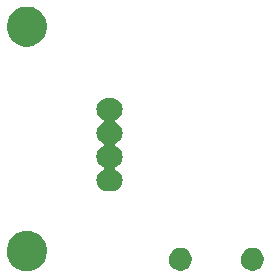
<source format=gbs>
G04 #@! TF.GenerationSoftware,KiCad,Pcbnew,(5.0.2)-1*
G04 #@! TF.CreationDate,2019-02-16T11:26:36+09:00*
G04 #@! TF.ProjectId,EEPROM,45455052-4f4d-42e6-9b69-6361645f7063,v1.0*
G04 #@! TF.SameCoordinates,Original*
G04 #@! TF.FileFunction,Soldermask,Bot*
G04 #@! TF.FilePolarity,Negative*
%FSLAX46Y46*%
G04 Gerber Fmt 4.6, Leading zero omitted, Abs format (unit mm)*
G04 Created by KiCad (PCBNEW (5.0.2)-1) date 2019/02/16 11:26:36*
%MOMM*%
%LPD*%
G01*
G04 APERTURE LIST*
%ADD10C,0.050000*%
G04 APERTURE END LIST*
D10*
G36*
X182386393Y-120343553D02*
X182495872Y-120365330D01*
X182805252Y-120493479D01*
X183083687Y-120679523D01*
X183320477Y-120916313D01*
X183506521Y-121194748D01*
X183634670Y-121504128D01*
X183634670Y-121504129D01*
X183700000Y-121832563D01*
X183700000Y-122167437D01*
X183656447Y-122386393D01*
X183634670Y-122495872D01*
X183506521Y-122805252D01*
X183320477Y-123083687D01*
X183083687Y-123320477D01*
X182805252Y-123506521D01*
X182495872Y-123634670D01*
X182386393Y-123656447D01*
X182167437Y-123700000D01*
X181832563Y-123700000D01*
X181613607Y-123656447D01*
X181504128Y-123634670D01*
X181194748Y-123506521D01*
X180916313Y-123320477D01*
X180679523Y-123083687D01*
X180493479Y-122805252D01*
X180365330Y-122495872D01*
X180343553Y-122386393D01*
X180300000Y-122167437D01*
X180300000Y-121832563D01*
X180365330Y-121504129D01*
X180365330Y-121504128D01*
X180493479Y-121194748D01*
X180679523Y-120916313D01*
X180916313Y-120679523D01*
X181194748Y-120493479D01*
X181504128Y-120365330D01*
X181613607Y-120343553D01*
X181832563Y-120300000D01*
X182167437Y-120300000D01*
X182386393Y-120343553D01*
X182386393Y-120343553D01*
G37*
G36*
X201380603Y-121774968D02*
X201380606Y-121774969D01*
X201380605Y-121774969D01*
X201555678Y-121847486D01*
X201555679Y-121847487D01*
X201713241Y-121952767D01*
X201847233Y-122086759D01*
X201847234Y-122086761D01*
X201952514Y-122244322D01*
X202008603Y-122379734D01*
X202025032Y-122419397D01*
X202062000Y-122605250D01*
X202062000Y-122794750D01*
X202025032Y-122980603D01*
X202025031Y-122980605D01*
X201952514Y-123155678D01*
X201952513Y-123155679D01*
X201847233Y-123313241D01*
X201713241Y-123447233D01*
X201633923Y-123500232D01*
X201555678Y-123552514D01*
X201420266Y-123608603D01*
X201380603Y-123625032D01*
X201194750Y-123662000D01*
X201005250Y-123662000D01*
X200819397Y-123625032D01*
X200779734Y-123608603D01*
X200644322Y-123552514D01*
X200566077Y-123500232D01*
X200486759Y-123447233D01*
X200352767Y-123313241D01*
X200247487Y-123155679D01*
X200247486Y-123155678D01*
X200174969Y-122980605D01*
X200174968Y-122980603D01*
X200138000Y-122794750D01*
X200138000Y-122605250D01*
X200174968Y-122419397D01*
X200191397Y-122379734D01*
X200247486Y-122244322D01*
X200352766Y-122086761D01*
X200352767Y-122086759D01*
X200486759Y-121952767D01*
X200644321Y-121847487D01*
X200644322Y-121847486D01*
X200819395Y-121774969D01*
X200819394Y-121774969D01*
X200819397Y-121774968D01*
X201005250Y-121738000D01*
X201194750Y-121738000D01*
X201380603Y-121774968D01*
X201380603Y-121774968D01*
G37*
G36*
X195280603Y-121774968D02*
X195280606Y-121774969D01*
X195280605Y-121774969D01*
X195455678Y-121847486D01*
X195455679Y-121847487D01*
X195613241Y-121952767D01*
X195747233Y-122086759D01*
X195747234Y-122086761D01*
X195852514Y-122244322D01*
X195908603Y-122379734D01*
X195925032Y-122419397D01*
X195962000Y-122605250D01*
X195962000Y-122794750D01*
X195925032Y-122980603D01*
X195925031Y-122980605D01*
X195852514Y-123155678D01*
X195852513Y-123155679D01*
X195747233Y-123313241D01*
X195613241Y-123447233D01*
X195533923Y-123500232D01*
X195455678Y-123552514D01*
X195320266Y-123608603D01*
X195280603Y-123625032D01*
X195094750Y-123662000D01*
X194905250Y-123662000D01*
X194719397Y-123625032D01*
X194679734Y-123608603D01*
X194544322Y-123552514D01*
X194466077Y-123500232D01*
X194386759Y-123447233D01*
X194252767Y-123313241D01*
X194147487Y-123155679D01*
X194147486Y-123155678D01*
X194074969Y-122980605D01*
X194074968Y-122980603D01*
X194038000Y-122794750D01*
X194038000Y-122605250D01*
X194074968Y-122419397D01*
X194091397Y-122379734D01*
X194147486Y-122244322D01*
X194252766Y-122086761D01*
X194252767Y-122086759D01*
X194386759Y-121952767D01*
X194544321Y-121847487D01*
X194544322Y-121847486D01*
X194719395Y-121774969D01*
X194719394Y-121774969D01*
X194719397Y-121774968D01*
X194905250Y-121738000D01*
X195094750Y-121738000D01*
X195280603Y-121774968D01*
X195280603Y-121774968D01*
G37*
G36*
X189326586Y-109051919D02*
X189507920Y-109106927D01*
X189675047Y-109196258D01*
X189821528Y-109316472D01*
X189941742Y-109462953D01*
X190031073Y-109630080D01*
X190086081Y-109811414D01*
X190104654Y-110000000D01*
X190086081Y-110188586D01*
X190031073Y-110369920D01*
X189941742Y-110537047D01*
X189821528Y-110683528D01*
X189675046Y-110803742D01*
X189514119Y-110889760D01*
X189493745Y-110903374D01*
X189476418Y-110920701D01*
X189462804Y-110941075D01*
X189453426Y-110963714D01*
X189448646Y-110987748D01*
X189448646Y-111012252D01*
X189453426Y-111036286D01*
X189462804Y-111058925D01*
X189476418Y-111079299D01*
X189493745Y-111096626D01*
X189514119Y-111110240D01*
X189675046Y-111196258D01*
X189821528Y-111316472D01*
X189941742Y-111462953D01*
X190031073Y-111630080D01*
X190086081Y-111811414D01*
X190104654Y-112000000D01*
X190086081Y-112188586D01*
X190031073Y-112369920D01*
X189941742Y-112537047D01*
X189821528Y-112683528D01*
X189675046Y-112803742D01*
X189514119Y-112889760D01*
X189493745Y-112903374D01*
X189476418Y-112920701D01*
X189462804Y-112941075D01*
X189453426Y-112963714D01*
X189448646Y-112987748D01*
X189448646Y-113012252D01*
X189453426Y-113036286D01*
X189462804Y-113058925D01*
X189476418Y-113079299D01*
X189493745Y-113096626D01*
X189514119Y-113110240D01*
X189675046Y-113196258D01*
X189821528Y-113316472D01*
X189941742Y-113462953D01*
X190031073Y-113630080D01*
X190086081Y-113811414D01*
X190104654Y-114000000D01*
X190086081Y-114188586D01*
X190031073Y-114369920D01*
X189941742Y-114537047D01*
X189821528Y-114683528D01*
X189675046Y-114803742D01*
X189514119Y-114889760D01*
X189493745Y-114903374D01*
X189476418Y-114920701D01*
X189462804Y-114941075D01*
X189453426Y-114963714D01*
X189448646Y-114987748D01*
X189448646Y-115012252D01*
X189453426Y-115036286D01*
X189462804Y-115058925D01*
X189476418Y-115079299D01*
X189493745Y-115096626D01*
X189514119Y-115110240D01*
X189675046Y-115196258D01*
X189821528Y-115316472D01*
X189941742Y-115462953D01*
X190031073Y-115630080D01*
X190086081Y-115811414D01*
X190104654Y-116000000D01*
X190086081Y-116188586D01*
X190031073Y-116369920D01*
X189941742Y-116537047D01*
X189821528Y-116683528D01*
X189675047Y-116803742D01*
X189507920Y-116893073D01*
X189326586Y-116948081D01*
X189185257Y-116962000D01*
X188814743Y-116962000D01*
X188673414Y-116948081D01*
X188492080Y-116893073D01*
X188324953Y-116803742D01*
X188178472Y-116683528D01*
X188058258Y-116537047D01*
X187968927Y-116369920D01*
X187913919Y-116188586D01*
X187895346Y-116000000D01*
X187913919Y-115811414D01*
X187968927Y-115630080D01*
X188058258Y-115462953D01*
X188178472Y-115316472D01*
X188324954Y-115196258D01*
X188485881Y-115110240D01*
X188506255Y-115096626D01*
X188523582Y-115079299D01*
X188537196Y-115058925D01*
X188546574Y-115036286D01*
X188551354Y-115012252D01*
X188551354Y-114987748D01*
X188546574Y-114963714D01*
X188537196Y-114941075D01*
X188523582Y-114920701D01*
X188506255Y-114903374D01*
X188485881Y-114889760D01*
X188324954Y-114803742D01*
X188178472Y-114683528D01*
X188058258Y-114537047D01*
X187968927Y-114369920D01*
X187913919Y-114188586D01*
X187895346Y-114000000D01*
X187913919Y-113811414D01*
X187968927Y-113630080D01*
X188058258Y-113462953D01*
X188178472Y-113316472D01*
X188324954Y-113196258D01*
X188485881Y-113110240D01*
X188506255Y-113096626D01*
X188523582Y-113079299D01*
X188537196Y-113058925D01*
X188546574Y-113036286D01*
X188551354Y-113012252D01*
X188551354Y-112987748D01*
X188546574Y-112963714D01*
X188537196Y-112941075D01*
X188523582Y-112920701D01*
X188506255Y-112903374D01*
X188485881Y-112889760D01*
X188324954Y-112803742D01*
X188178472Y-112683528D01*
X188058258Y-112537047D01*
X187968927Y-112369920D01*
X187913919Y-112188586D01*
X187895346Y-112000000D01*
X187913919Y-111811414D01*
X187968927Y-111630080D01*
X188058258Y-111462953D01*
X188178472Y-111316472D01*
X188324954Y-111196258D01*
X188485881Y-111110240D01*
X188506255Y-111096626D01*
X188523582Y-111079299D01*
X188537196Y-111058925D01*
X188546574Y-111036286D01*
X188551354Y-111012252D01*
X188551354Y-110987748D01*
X188546574Y-110963714D01*
X188537196Y-110941075D01*
X188523582Y-110920701D01*
X188506255Y-110903374D01*
X188485881Y-110889760D01*
X188324954Y-110803742D01*
X188178472Y-110683528D01*
X188058258Y-110537047D01*
X187968927Y-110369920D01*
X187913919Y-110188586D01*
X187895346Y-110000000D01*
X187913919Y-109811414D01*
X187968927Y-109630080D01*
X188058258Y-109462953D01*
X188178472Y-109316472D01*
X188324953Y-109196258D01*
X188492080Y-109106927D01*
X188673414Y-109051919D01*
X188814743Y-109038000D01*
X189185257Y-109038000D01*
X189326586Y-109051919D01*
X189326586Y-109051919D01*
G37*
G36*
X182386393Y-101343553D02*
X182495872Y-101365330D01*
X182805252Y-101493479D01*
X183083687Y-101679523D01*
X183320477Y-101916313D01*
X183506521Y-102194748D01*
X183634670Y-102504128D01*
X183700000Y-102832565D01*
X183700000Y-103167435D01*
X183634670Y-103495872D01*
X183506521Y-103805252D01*
X183320477Y-104083687D01*
X183083687Y-104320477D01*
X182805252Y-104506521D01*
X182495872Y-104634670D01*
X182386393Y-104656447D01*
X182167437Y-104700000D01*
X181832563Y-104700000D01*
X181613607Y-104656447D01*
X181504128Y-104634670D01*
X181194748Y-104506521D01*
X180916313Y-104320477D01*
X180679523Y-104083687D01*
X180493479Y-103805252D01*
X180365330Y-103495872D01*
X180300000Y-103167435D01*
X180300000Y-102832565D01*
X180365330Y-102504128D01*
X180493479Y-102194748D01*
X180679523Y-101916313D01*
X180916313Y-101679523D01*
X181194748Y-101493479D01*
X181504128Y-101365330D01*
X181613607Y-101343553D01*
X181832563Y-101300000D01*
X182167437Y-101300000D01*
X182386393Y-101343553D01*
X182386393Y-101343553D01*
G37*
M02*

</source>
